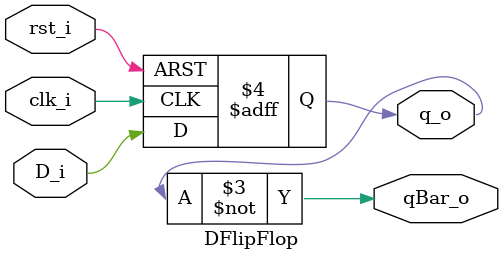
<source format=sv>
module DFlipFlop
	(input 	wire	clk_i
	,input	wire	rst_i 
	,input 	wire	D_i
	,output	reg	q_o
	,output wire	qBar_o
	);
	
	not n1 (qBar_o, q_o);
	
	always@(negedge rst_i or posedge clk_i) begin
		if (!rst_i) begin
			q_o = 1'b0;
		end else begin
			q_o = D_i;
		end
	end
endmodule	

</source>
